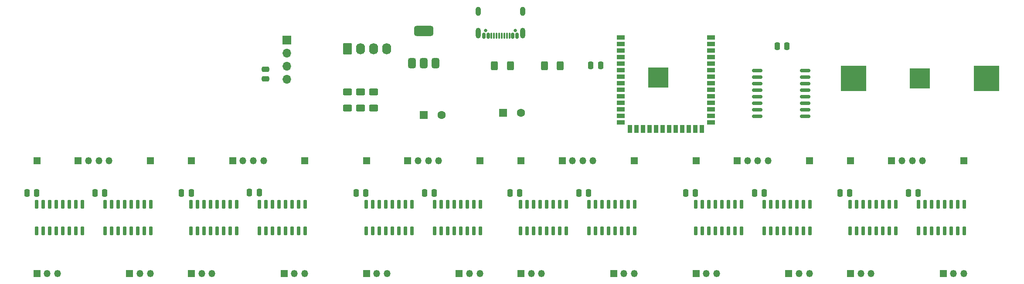
<source format=gbr>
%TF.GenerationSoftware,KiCad,Pcbnew,8.0.3*%
%TF.CreationDate,2024-07-13T20:38:16+02:00*%
%TF.ProjectId,Steuerplatine,53746575-6572-4706-9c61-74696e652e6b,rev?*%
%TF.SameCoordinates,Original*%
%TF.FileFunction,Soldermask,Top*%
%TF.FilePolarity,Negative*%
%FSLAX46Y46*%
G04 Gerber Fmt 4.6, Leading zero omitted, Abs format (unit mm)*
G04 Created by KiCad (PCBNEW 8.0.3) date 2024-07-13 20:38:16*
%MOMM*%
%LPD*%
G01*
G04 APERTURE LIST*
G04 Aperture macros list*
%AMRoundRect*
0 Rectangle with rounded corners*
0 $1 Rounding radius*
0 $2 $3 $4 $5 $6 $7 $8 $9 X,Y pos of 4 corners*
0 Add a 4 corners polygon primitive as box body*
4,1,4,$2,$3,$4,$5,$6,$7,$8,$9,$2,$3,0*
0 Add four circle primitives for the rounded corners*
1,1,$1+$1,$2,$3*
1,1,$1+$1,$4,$5*
1,1,$1+$1,$6,$7*
1,1,$1+$1,$8,$9*
0 Add four rect primitives between the rounded corners*
20,1,$1+$1,$2,$3,$4,$5,0*
20,1,$1+$1,$4,$5,$6,$7,0*
20,1,$1+$1,$6,$7,$8,$9,0*
20,1,$1+$1,$8,$9,$2,$3,0*%
G04 Aperture macros list end*
%ADD10R,1.350000X1.350000*%
%ADD11C,0.650000*%
%ADD12RoundRect,0.150000X0.150000X0.425000X-0.150000X0.425000X-0.150000X-0.425000X0.150000X-0.425000X0*%
%ADD13RoundRect,0.075000X0.075000X0.500000X-0.075000X0.500000X-0.075000X-0.500000X0.075000X-0.500000X0*%
%ADD14O,1.000000X2.100000*%
%ADD15O,1.000000X1.800000*%
%ADD16O,1.350000X1.350000*%
%ADD17RoundRect,0.150000X-0.150000X0.725000X-0.150000X-0.725000X0.150000X-0.725000X0.150000X0.725000X0*%
%ADD18RoundRect,0.250000X-0.250000X-0.475000X0.250000X-0.475000X0.250000X0.475000X-0.250000X0.475000X0*%
%ADD19RoundRect,0.250000X0.250000X0.475000X-0.250000X0.475000X-0.250000X-0.475000X0.250000X-0.475000X0*%
%ADD20R,1.600000X1.600000*%
%ADD21C,1.600000*%
%ADD22RoundRect,0.250000X-0.475000X0.250000X-0.475000X-0.250000X0.475000X-0.250000X0.475000X0.250000X0*%
%ADD23RoundRect,0.250000X0.400000X0.625000X-0.400000X0.625000X-0.400000X-0.625000X0.400000X-0.625000X0*%
%ADD24RoundRect,0.150000X-0.875000X-0.150000X0.875000X-0.150000X0.875000X0.150000X-0.875000X0.150000X0*%
%ADD25R,5.000000X5.000000*%
%ADD26R,4.000000X4.000000*%
%ADD27RoundRect,0.250000X-0.625000X0.400000X-0.625000X-0.400000X0.625000X-0.400000X0.625000X0.400000X0*%
%ADD28RoundRect,0.250000X-0.620000X-0.845000X0.620000X-0.845000X0.620000X0.845000X-0.620000X0.845000X0*%
%ADD29O,1.740000X2.190000*%
%ADD30RoundRect,0.375000X0.375000X-0.625000X0.375000X0.625000X-0.375000X0.625000X-0.375000X-0.625000X0*%
%ADD31RoundRect,0.500000X1.400000X-0.500000X1.400000X0.500000X-1.400000X0.500000X-1.400000X-0.500000X0*%
%ADD32R,1.700000X1.700000*%
%ADD33O,1.700000X1.700000*%
%ADD34R,1.500000X0.900000*%
%ADD35R,0.900000X1.500000*%
%ADD36C,0.600000*%
%ADD37R,3.900000X3.900000*%
G04 APERTURE END LIST*
D10*
%TO.C,J15*%
X91500000Y-61500000D03*
%TD*%
D11*
%TO.C,J33*%
X154390000Y-36180000D03*
X148610000Y-36180000D03*
D12*
X154700000Y-37255000D03*
X153900000Y-37255000D03*
D13*
X152750000Y-37254999D03*
X151750000Y-37255000D03*
X151250000Y-37255000D03*
X150250000Y-37254999D03*
D12*
X149100000Y-37255000D03*
X148300000Y-37255000D03*
X148300000Y-37255000D03*
X149100000Y-37255000D03*
D13*
X149750000Y-37255000D03*
X150750000Y-37255000D03*
X152250000Y-37255000D03*
X153250000Y-37255000D03*
D12*
X153900000Y-37255000D03*
X154700000Y-37255000D03*
D14*
X155820000Y-36680000D03*
D15*
X155820000Y-32500000D03*
D14*
X147180000Y-36680000D03*
D15*
X147180000Y-32500000D03*
%TD*%
D10*
%TO.C,J27*%
X83500000Y-61500000D03*
%TD*%
%TO.C,J21*%
X69500000Y-61500000D03*
D16*
X71500000Y-61500000D03*
X73500000Y-61500000D03*
X75500000Y-61500000D03*
%TD*%
D17*
%TO.C,U9*%
X147590002Y-70000000D03*
X146320001Y-70000000D03*
X145050000Y-70000000D03*
X143780001Y-70000000D03*
X142510001Y-70000000D03*
X141240002Y-70000000D03*
X139970001Y-70000000D03*
X138700000Y-70000000D03*
X138700000Y-75150000D03*
X139970001Y-75150000D03*
X141240002Y-75150000D03*
X142510001Y-75150000D03*
X143780001Y-75150000D03*
X145050000Y-75150000D03*
X146320001Y-75150000D03*
X147590002Y-75150000D03*
%TD*%
D18*
%TO.C,C11*%
X72750000Y-67800000D03*
X74650000Y-67800000D03*
%TD*%
%TO.C,C2*%
X217450000Y-67800000D03*
X219350000Y-67800000D03*
%TD*%
D10*
%TO.C,J2*%
X155500000Y-83500000D03*
D16*
X157500000Y-83500000D03*
X159500000Y-83500000D03*
%TD*%
D18*
%TO.C,C4*%
X153350000Y-67800000D03*
X155250000Y-67800000D03*
%TD*%
D10*
%TO.C,J29*%
X125500000Y-61500000D03*
%TD*%
D17*
%TO.C,U8*%
X198300000Y-70000000D03*
X197029999Y-70000000D03*
X195759998Y-70000000D03*
X194489999Y-70000000D03*
X193219999Y-70000000D03*
X191950000Y-70000000D03*
X190679999Y-70000000D03*
X189409998Y-70000000D03*
X189409998Y-75150000D03*
X190679999Y-75150000D03*
X191950000Y-75150000D03*
X193219999Y-75150000D03*
X194489999Y-75150000D03*
X195759998Y-75150000D03*
X197029999Y-75150000D03*
X198300000Y-75150000D03*
%TD*%
D19*
%TO.C,C13*%
X170949999Y-43000000D03*
X169050001Y-43000000D03*
%TD*%
D10*
%TO.C,J3*%
X91500000Y-83500000D03*
D16*
X93500000Y-83500000D03*
X95500000Y-83500000D03*
%TD*%
D18*
%TO.C,C1*%
X230750000Y-67800000D03*
X232650000Y-67800000D03*
%TD*%
D10*
%TO.C,J22*%
X207500000Y-83500000D03*
D16*
X209500000Y-83500000D03*
X211500000Y-83500000D03*
%TD*%
D20*
%TO.C,C16*%
X152000000Y-52200000D03*
D21*
X155500000Y-52200000D03*
%TD*%
D10*
%TO.C,J18*%
X61499999Y-83500000D03*
D16*
X63499999Y-83500000D03*
X65499999Y-83500000D03*
%TD*%
D18*
%TO.C,C9*%
X136750000Y-67800000D03*
X138650000Y-67800000D03*
%TD*%
%TO.C,C14*%
X205250000Y-39300000D03*
X207150000Y-39300000D03*
%TD*%
D10*
%TO.C,J14*%
X155500000Y-61500000D03*
%TD*%
%TO.C,J5*%
X163500000Y-61500000D03*
D16*
X165500000Y-61500000D03*
X167500000Y-61500000D03*
X169500000Y-61500000D03*
%TD*%
D22*
%TO.C,C15*%
X105900000Y-43750001D03*
X105900000Y-45649999D03*
%TD*%
D23*
%TO.C,R5*%
X153450001Y-43100000D03*
X150349999Y-43100000D03*
%TD*%
D10*
%TO.C,J9*%
X109500000Y-83500000D03*
D16*
X111500000Y-83500000D03*
X113500000Y-83500000D03*
%TD*%
D10*
%TO.C,J8*%
X173500000Y-83500000D03*
D16*
X175500000Y-83500000D03*
X177500000Y-83500000D03*
%TD*%
D17*
%TO.C,U1*%
X241590002Y-70000000D03*
X240320001Y-70000000D03*
X239050000Y-70000000D03*
X237780001Y-70000000D03*
X236510001Y-70000000D03*
X235240002Y-70000000D03*
X233970001Y-70000000D03*
X232700000Y-70000000D03*
X232700000Y-75150000D03*
X233970001Y-75150000D03*
X235240002Y-75150000D03*
X236510001Y-75150000D03*
X237780001Y-75150000D03*
X239050000Y-75150000D03*
X240320001Y-75150000D03*
X241590002Y-75150000D03*
%TD*%
D10*
%TO.C,J16*%
X189500000Y-83500000D03*
D16*
X191500000Y-83500000D03*
X193500000Y-83500000D03*
%TD*%
D24*
%TO.C,U13*%
X201400000Y-44000000D03*
X201400000Y-45270000D03*
X201400000Y-46540000D03*
X201400000Y-47810000D03*
X201400000Y-49080000D03*
X201400000Y-50350000D03*
X201400000Y-51620000D03*
X201400000Y-52890000D03*
X210700000Y-52890000D03*
X210700000Y-51620000D03*
X210700000Y-50350000D03*
X210700000Y-49080000D03*
X210700000Y-47810000D03*
X210700000Y-46540000D03*
X210700000Y-45270000D03*
X210700000Y-44000000D03*
%TD*%
D10*
%TO.C,J10*%
X241500000Y-61500000D03*
%TD*%
%TO.C,J7*%
X237500000Y-83500000D03*
D16*
X239500000Y-83500000D03*
X241500000Y-83500000D03*
%TD*%
D17*
%TO.C,U5*%
X113590002Y-70000000D03*
X112320001Y-70000000D03*
X111050000Y-70000000D03*
X109780001Y-70000000D03*
X108510001Y-70000000D03*
X107240002Y-70000000D03*
X105970001Y-70000000D03*
X104700000Y-70000000D03*
X104700000Y-75150000D03*
X105970001Y-75150000D03*
X107240002Y-75150000D03*
X108510001Y-75150000D03*
X109780001Y-75150000D03*
X111050000Y-75150000D03*
X112320001Y-75150000D03*
X113590002Y-75150000D03*
%TD*%
D18*
%TO.C,C8*%
X187500000Y-67800000D03*
X189400000Y-67800000D03*
%TD*%
D17*
%TO.C,U3*%
X177590002Y-70000000D03*
X176320001Y-70000000D03*
X175050000Y-70000000D03*
X173780001Y-70000000D03*
X172510001Y-70000000D03*
X171240002Y-70000000D03*
X169970001Y-70000000D03*
X168700000Y-70000000D03*
X168700000Y-75150000D03*
X169970001Y-75150000D03*
X171240002Y-75150000D03*
X172510001Y-75150000D03*
X173780001Y-75150000D03*
X175050000Y-75150000D03*
X176320001Y-75150000D03*
X177590002Y-75150000D03*
%TD*%
%TO.C,U10*%
X134300000Y-70000000D03*
X133029999Y-70000000D03*
X131759998Y-70000000D03*
X130489999Y-70000000D03*
X129219999Y-70000000D03*
X127950000Y-70000000D03*
X126679999Y-70000000D03*
X125409998Y-70000000D03*
X125409998Y-75150000D03*
X126679999Y-75150000D03*
X127950000Y-75150000D03*
X129219999Y-75150000D03*
X130489999Y-75150000D03*
X131759998Y-75150000D03*
X133029999Y-75150000D03*
X134300000Y-75150000D03*
%TD*%
D25*
%TO.C,BT1*%
X220050000Y-45509227D03*
X245950000Y-45509227D03*
D26*
X233000000Y-45509227D03*
%TD*%
D23*
%TO.C,R4*%
X163150001Y-43100000D03*
X160049999Y-43100000D03*
%TD*%
D27*
%TO.C,R2*%
X124300000Y-48149999D03*
X124300000Y-51250001D03*
%TD*%
D17*
%TO.C,U7*%
X211590002Y-70000000D03*
X210320001Y-70000000D03*
X209050000Y-70000000D03*
X207780001Y-70000000D03*
X206510001Y-70000000D03*
X205240002Y-70000000D03*
X203970001Y-70000000D03*
X202700000Y-70000000D03*
X202700000Y-75150000D03*
X203970001Y-75150000D03*
X205240002Y-75150000D03*
X206510001Y-75150000D03*
X207780001Y-75150000D03*
X209050000Y-75150000D03*
X210320001Y-75150000D03*
X211590002Y-75150000D03*
%TD*%
D10*
%TO.C,J20*%
X133500000Y-61500000D03*
D16*
X135500000Y-61500000D03*
X137500000Y-61500000D03*
X139500000Y-61500000D03*
%TD*%
D18*
%TO.C,C6*%
X89550000Y-67800000D03*
X91450000Y-67800000D03*
%TD*%
D10*
%TO.C,J28*%
X189500000Y-61500000D03*
%TD*%
%TO.C,J17*%
X125500000Y-83500000D03*
D16*
X127500000Y-83500000D03*
X129500000Y-83500000D03*
%TD*%
D18*
%TO.C,C12*%
X59550000Y-67800000D03*
X61450000Y-67800000D03*
%TD*%
D10*
%TO.C,J4*%
X227500000Y-61500000D03*
D16*
X229500000Y-61500000D03*
X231500000Y-61500000D03*
X233500000Y-61500000D03*
%TD*%
D10*
%TO.C,J25*%
X211500000Y-61500000D03*
%TD*%
D17*
%TO.C,U12*%
X70300000Y-70000000D03*
X69029999Y-70000000D03*
X67759998Y-70000000D03*
X66489999Y-70000000D03*
X65219999Y-70000000D03*
X63950000Y-70000000D03*
X62679999Y-70000000D03*
X61409998Y-70000000D03*
X61409998Y-75150000D03*
X62679999Y-75150000D03*
X63950000Y-75150000D03*
X65219999Y-75150000D03*
X66489999Y-75150000D03*
X67759998Y-75150000D03*
X69029999Y-75150000D03*
X70300000Y-75150000D03*
%TD*%
D10*
%TO.C,J19*%
X197500000Y-61500000D03*
D16*
X199500000Y-61500000D03*
X201500000Y-61500000D03*
X203500000Y-61500000D03*
%TD*%
D17*
%TO.C,U4*%
X164300000Y-70000000D03*
X163029999Y-70000000D03*
X161759998Y-70000000D03*
X160489999Y-70000000D03*
X159219999Y-70000000D03*
X157950000Y-70000000D03*
X156679999Y-70000000D03*
X155409998Y-70000000D03*
X155409998Y-75150000D03*
X156679999Y-75150000D03*
X157950000Y-75150000D03*
X159219999Y-75150000D03*
X160489999Y-75150000D03*
X161759998Y-75150000D03*
X163029999Y-75150000D03*
X164300000Y-75150000D03*
%TD*%
D27*
%TO.C,R3*%
X126900000Y-48149999D03*
X126900000Y-51250001D03*
%TD*%
D10*
%TO.C,J24*%
X79500000Y-83500000D03*
D16*
X81500000Y-83500000D03*
X83500000Y-83500000D03*
%TD*%
D10*
%TO.C,J6*%
X99500000Y-61500000D03*
D16*
X101500000Y-61500000D03*
X103500000Y-61500000D03*
X105500000Y-61500000D03*
%TD*%
D28*
%TO.C,J32*%
X121780000Y-39800000D03*
D29*
X124320000Y-39800000D03*
X126860000Y-39800000D03*
X129400000Y-39800000D03*
%TD*%
D10*
%TO.C,J1*%
X219500000Y-83500000D03*
D16*
X221500000Y-83500000D03*
X223500000Y-83500000D03*
%TD*%
D10*
%TO.C,J26*%
X147500000Y-61500000D03*
%TD*%
D27*
%TO.C,R1*%
X121800000Y-48149999D03*
X121800000Y-51250001D03*
%TD*%
D10*
%TO.C,J30*%
X61500000Y-61500000D03*
%TD*%
D18*
%TO.C,C5*%
X102750000Y-67700000D03*
X104650000Y-67700000D03*
%TD*%
D17*
%TO.C,U2*%
X228300000Y-70000000D03*
X227029999Y-70000000D03*
X225759998Y-70000000D03*
X224489999Y-70000000D03*
X223219999Y-70000000D03*
X221950000Y-70000000D03*
X220679999Y-70000000D03*
X219409998Y-70000000D03*
X219409998Y-75150000D03*
X220679999Y-75150000D03*
X221950000Y-75150000D03*
X223219999Y-75150000D03*
X224489999Y-75150000D03*
X225759998Y-75150000D03*
X227029999Y-75150000D03*
X228300000Y-75150000D03*
%TD*%
D30*
%TO.C,U15*%
X134300000Y-42599999D03*
X136600000Y-42599998D03*
D31*
X136600000Y-36300000D03*
D30*
X138900000Y-42599999D03*
%TD*%
D18*
%TO.C,C7*%
X200850000Y-67800000D03*
X202750000Y-67800000D03*
%TD*%
D10*
%TO.C,J13*%
X219500000Y-61500000D03*
%TD*%
%TO.C,J23*%
X143500000Y-83500000D03*
D16*
X145500000Y-83500000D03*
X147500000Y-83500000D03*
%TD*%
D32*
%TO.C,J31*%
X110000000Y-38100000D03*
D33*
X110000000Y-40640000D03*
X110000000Y-43180000D03*
X110000000Y-45720000D03*
%TD*%
D34*
%TO.C,U14*%
X174900000Y-37600000D03*
X174900000Y-38870000D03*
X174900000Y-40140000D03*
X174900000Y-41410000D03*
X174900000Y-42680000D03*
X174900000Y-43950000D03*
X174900000Y-45220000D03*
X174900000Y-46490000D03*
X174900000Y-47760000D03*
X174900000Y-49030000D03*
X174900000Y-50300000D03*
X174900000Y-51570000D03*
X174900000Y-52840000D03*
X174900000Y-54110000D03*
D35*
X176665000Y-55360000D03*
X177935000Y-55360000D03*
X179205000Y-55360000D03*
X180475000Y-55360000D03*
X181745000Y-55360000D03*
X183015000Y-55360000D03*
X184285000Y-55360000D03*
X185555000Y-55360000D03*
X186825000Y-55360000D03*
X188095000Y-55360000D03*
X189365000Y-55360000D03*
X190635000Y-55360000D03*
D34*
X192400000Y-54110000D03*
X192400000Y-52840000D03*
X192400000Y-51570000D03*
X192400000Y-50300000D03*
X192400000Y-49030000D03*
X192400000Y-47760000D03*
X192400000Y-46490000D03*
X192400000Y-45220000D03*
X192400000Y-43950000D03*
X192400000Y-42680000D03*
X192400000Y-41410000D03*
X192400000Y-40140000D03*
X192400000Y-38870000D03*
X192400000Y-37600000D03*
D36*
X180750000Y-44620000D03*
X180750000Y-46020000D03*
X181450000Y-43920000D03*
X181450000Y-45320000D03*
X181450000Y-46720000D03*
X182150000Y-44620000D03*
D37*
X182150000Y-45320000D03*
D36*
X182150000Y-46020000D03*
X182850000Y-43920000D03*
X182850000Y-45320000D03*
X182850000Y-46720000D03*
X183550000Y-44620000D03*
X183550000Y-46020000D03*
%TD*%
D17*
%TO.C,U6*%
X100300000Y-70000000D03*
X99029999Y-70000000D03*
X97759998Y-70000000D03*
X96489999Y-70000000D03*
X95219999Y-70000000D03*
X93950000Y-70000000D03*
X92679999Y-70000000D03*
X91409998Y-70000000D03*
X91409998Y-75150000D03*
X92679999Y-75150000D03*
X93950000Y-75150000D03*
X95219999Y-75150000D03*
X96489999Y-75150000D03*
X97759998Y-75150000D03*
X99029999Y-75150000D03*
X100300000Y-75150000D03*
%TD*%
D20*
%TO.C,C17*%
X136600000Y-52600000D03*
D21*
X140100000Y-52600000D03*
%TD*%
D10*
%TO.C,J12*%
X113500000Y-61500000D03*
%TD*%
D18*
%TO.C,C10*%
X123450000Y-67800000D03*
X125350000Y-67800000D03*
%TD*%
D17*
%TO.C,U11*%
X83590002Y-70000000D03*
X82320001Y-70000000D03*
X81050000Y-70000000D03*
X79780001Y-70000000D03*
X78510001Y-70000000D03*
X77240002Y-70000000D03*
X75970001Y-70000000D03*
X74700000Y-70000000D03*
X74700000Y-75150000D03*
X75970001Y-75150000D03*
X77240002Y-75150000D03*
X78510001Y-75150000D03*
X79780001Y-75150000D03*
X81050000Y-75150000D03*
X82320001Y-75150000D03*
X83590002Y-75150000D03*
%TD*%
D18*
%TO.C,C3*%
X166750000Y-67800000D03*
X168650000Y-67800000D03*
%TD*%
D10*
%TO.C,J11*%
X177500000Y-61500000D03*
%TD*%
M02*

</source>
